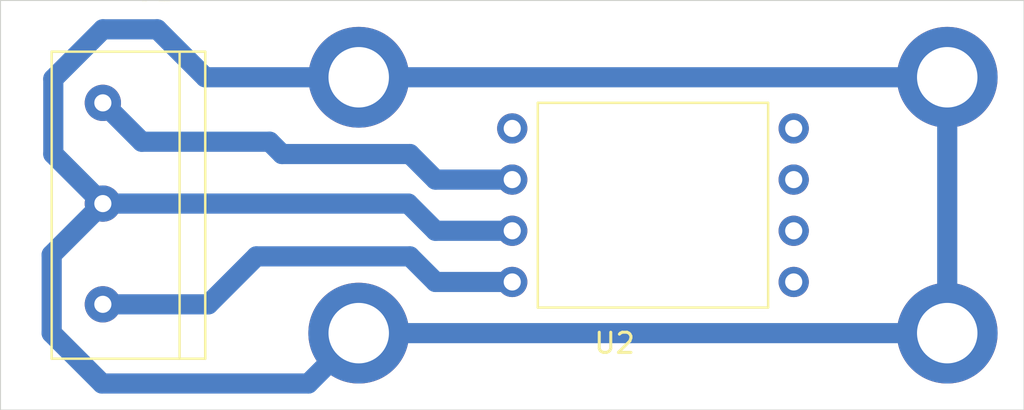
<source format=kicad_pcb>
(kicad_pcb (version 20171130) (host pcbnew "(5.1.5)-3")

  (general
    (thickness 1.6)
    (drawings 6)
    (tracks 32)
    (zones 0)
    (modules 2)
    (nets 9)
  )

  (page A4)
  (layers
    (0 F.Cu signal hide)
    (31 B.Cu signal)
    (32 B.Adhes user hide)
    (33 F.Adhes user hide)
    (34 B.Paste user hide)
    (35 F.Paste user hide)
    (36 B.SilkS user hide)
    (37 F.SilkS user hide)
    (38 B.Mask user hide)
    (39 F.Mask user hide)
    (40 Dwgs.User user hide)
    (41 Cmts.User user hide)
    (42 Eco1.User user hide)
    (43 Eco2.User user hide)
    (44 Edge.Cuts user)
    (45 Margin user hide)
    (46 B.CrtYd user hide)
    (47 F.CrtYd user hide)
    (48 B.Fab user hide)
    (49 F.Fab user hide)
  )

  (setup
    (last_trace_width 0.25)
    (user_trace_width 1)
    (trace_clearance 0.2)
    (zone_clearance 0.508)
    (zone_45_only no)
    (trace_min 0.2)
    (via_size 0.8)
    (via_drill 0.4)
    (via_min_size 0.4)
    (via_min_drill 0.3)
    (uvia_size 0.3)
    (uvia_drill 0.1)
    (uvias_allowed no)
    (uvia_min_size 0.2)
    (uvia_min_drill 0.1)
    (edge_width 0.05)
    (segment_width 0.2)
    (pcb_text_width 0.3)
    (pcb_text_size 1.5 1.5)
    (mod_edge_width 0.12)
    (mod_text_size 1 1)
    (mod_text_width 0.15)
    (pad_size 1.524 1.524)
    (pad_drill 0.762)
    (pad_to_mask_clearance 0.051)
    (solder_mask_min_width 0.25)
    (aux_axis_origin 0 0)
    (visible_elements 7FFFFFFF)
    (pcbplotparams
      (layerselection 0x010fc_ffffffff)
      (usegerberextensions false)
      (usegerberattributes false)
      (usegerberadvancedattributes false)
      (creategerberjobfile false)
      (excludeedgelayer true)
      (linewidth 0.100000)
      (plotframeref false)
      (viasonmask false)
      (mode 1)
      (useauxorigin false)
      (hpglpennumber 1)
      (hpglpenspeed 20)
      (hpglpendiameter 15.000000)
      (psnegative false)
      (psa4output false)
      (plotreference true)
      (plotvalue true)
      (plotinvisibletext false)
      (padsonsilk false)
      (subtractmaskfromsilk false)
      (outputformat 1)
      (mirror false)
      (drillshape 1)
      (scaleselection 1)
      (outputdirectory ""))
  )

  (net 0 "")
  (net 1 "Net-(U1-Pad3)")
  (net 2 GND)
  (net 3 +5V)
  (net 4 "Net-(U2-Pad1)")
  (net 5 "Net-(U2-Pad5)")
  (net 6 "Net-(U2-Pad6)")
  (net 7 "Net-(U2-Pad7)")
  (net 8 "Net-(U2-Pad8)")

  (net_class Default "Esta es la clase de red por defecto."
    (clearance 0.2)
    (trace_width 0.25)
    (via_dia 0.8)
    (via_drill 0.4)
    (uvia_dia 0.3)
    (uvia_drill 0.1)
    (add_net +5V)
    (add_net GND)
    (add_net "Net-(U1-Pad3)")
    (add_net "Net-(U2-Pad1)")
    (add_net "Net-(U2-Pad5)")
    (add_net "Net-(U2-Pad6)")
    (add_net "Net-(U2-Pad7)")
    (add_net "Net-(U2-Pad8)")
  )

  (module Sensores:Bornera1x3_2.54mm (layer F.Cu) (tedit 5E287721) (tstamp 5E28C809)
    (at 106.68 109.22 180)
    (path /5E2874D8)
    (fp_text reference U1 (at -2.54 5.58) (layer F.SilkS)
      (effects (font (size 1 1) (thickness 0.15)))
    )
    (fp_text value Bornera1x3_2.54mm (at 2.54 -15.24) (layer F.Fab)
      (effects (font (size 1 1) (thickness 0.15)))
    )
    (fp_line (start 2.54 2.54) (end 2.54 -12.7) (layer F.SilkS) (width 0.12))
    (fp_line (start -5.08 -12.7) (end -5.08 2.54) (layer F.SilkS) (width 0.12))
    (fp_line (start -3.81 -12.7) (end -3.81 2.54) (layer F.SilkS) (width 0.12))
    (fp_line (start -5.08 2.54) (end 2.54 2.54) (layer F.SilkS) (width 0.12))
    (fp_line (start -5.08 -12.7) (end -5.08 2.54) (layer F.SilkS) (width 0.12))
    (fp_line (start 2.54 -12.7) (end -5.08 -12.7) (layer F.SilkS) (width 0.12))
    (pad 3 thru_hole circle (at 0 -10 180) (size 1.8 1.8) (drill 0.85) (layers *.Cu *.Mask)
      (net 1 "Net-(U1-Pad3)"))
    (pad 2 thru_hole circle (at 0 -5 180) (size 1.8 1.8) (drill 0.85) (layers *.Cu *.Mask)
      (net 2 GND))
    (pad 1 thru_hole circle (at 0 0 180) (size 1.8 1.8) (drill 0.85) (layers *.Cu *.Mask)
      (net 3 +5V))
  )

  (module Sensores:MPXV5100G (layer F.Cu) (tedit 5E287518) (tstamp 5E28C819)
    (at 127 110.49)
    (path /5E286DDA)
    (fp_text reference U2 (at 5.08 10.66) (layer F.SilkS)
      (effects (font (size 1 1) (thickness 0.15)))
    )
    (fp_text value MPXV5100G (at 6.35 -2.54) (layer F.Fab)
      (effects (font (size 1 1) (thickness 0.15)))
    )
    (fp_line (start 1.27 -1.27) (end 12.7 -1.27) (layer F.SilkS) (width 0.12))
    (fp_line (start 12.7 -1.27) (end 12.7 8.89) (layer F.SilkS) (width 0.12))
    (fp_line (start 12.7 8.89) (end 1.27 8.89) (layer F.SilkS) (width 0.12))
    (fp_line (start 1.27 8.89) (end 1.27 -1.27) (layer F.SilkS) (width 0.12))
    (pad 1 thru_hole circle (at 0 0) (size 1.5 1.5) (drill 0.85) (layers *.Cu *.Mask)
      (net 4 "Net-(U2-Pad1)"))
    (pad 2 thru_hole circle (at 0 2.54) (size 1.5 1.5) (drill 0.85) (layers *.Cu *.Mask)
      (net 3 +5V))
    (pad 3 thru_hole circle (at 0 5.08) (size 1.5 1.5) (drill 0.85) (layers *.Cu *.Mask)
      (net 2 GND))
    (pad 4 thru_hole circle (at 0 7.62) (size 1.5 1.5) (drill 0.85) (layers *.Cu *.Mask)
      (net 1 "Net-(U1-Pad3)"))
    (pad 5 thru_hole circle (at 13.97 7.62) (size 1.5 1.5) (drill 0.85) (layers *.Cu *.Mask)
      (net 5 "Net-(U2-Pad5)"))
    (pad 6 thru_hole circle (at 13.97 5.08) (size 1.5 1.5) (drill 0.85) (layers *.Cu *.Mask)
      (net 6 "Net-(U2-Pad6)"))
    (pad 7 thru_hole circle (at 13.97 2.54) (size 1.5 1.5) (drill 0.85) (layers *.Cu *.Mask)
      (net 7 "Net-(U2-Pad7)"))
    (pad 8 thru_hole circle (at 13.97 0) (size 1.5 1.5) (drill 0.85) (layers *.Cu *.Mask)
      (net 8 "Net-(U2-Pad8)"))
  )

  (gr_line (start 152.4 104.14) (end 152.4 124.46) (layer Edge.Cuts) (width 0.05) (tstamp 5E28C850))
  (gr_line (start 101.6 104.14) (end 152.4 104.14) (layer Edge.Cuts) (width 0.05))
  (gr_line (start 101.6 124.46) (end 101.6 104.14) (layer Edge.Cuts) (width 0.05))
  (gr_line (start 152.4 124.46) (end 101.6 124.46) (layer Edge.Cuts) (width 0.05))
  (dimension 20.32 (width 0.15) (layer B.Paste)
    (gr_text "20,320 mm" (at 167.67 114.3 90) (layer B.Paste)
      (effects (font (size 1 1) (thickness 0.15)))
    )
    (feature1 (pts (xy 158.75 104.14) (xy 166.956421 104.14)))
    (feature2 (pts (xy 158.75 124.46) (xy 166.956421 124.46)))
    (crossbar (pts (xy 166.37 124.46) (xy 166.37 104.14)))
    (arrow1a (pts (xy 166.37 104.14) (xy 166.956421 105.266504)))
    (arrow1b (pts (xy 166.37 104.14) (xy 165.783579 105.266504)))
    (arrow2a (pts (xy 166.37 124.46) (xy 166.956421 123.333496)))
    (arrow2b (pts (xy 166.37 124.46) (xy 165.783579 123.333496)))
  )
  (dimension 50.8 (width 0.15) (layer B.Paste)
    (gr_text "50,800 mm" (at 127 132.11) (layer B.Paste)
      (effects (font (size 1 1) (thickness 0.15)))
    )
    (feature1 (pts (xy 152.4 127) (xy 152.4 131.396421)))
    (feature2 (pts (xy 101.6 127) (xy 101.6 131.396421)))
    (crossbar (pts (xy 101.6 130.81) (xy 152.4 130.81)))
    (arrow1a (pts (xy 152.4 130.81) (xy 151.273496 131.396421)))
    (arrow1b (pts (xy 152.4 130.81) (xy 151.273496 130.223579)))
    (arrow2a (pts (xy 101.6 130.81) (xy 102.726504 131.396421)))
    (arrow2b (pts (xy 101.6 130.81) (xy 102.726504 130.223579)))
  )

  (segment (start 114.3 116.84) (end 111.92 119.22) (width 1) (layer B.Cu) (net 1))
  (segment (start 121.92 116.84) (end 114.3 116.84) (width 1) (layer B.Cu) (net 1))
  (segment (start 111.92 119.22) (end 106.68 119.22) (width 1) (layer B.Cu) (net 1))
  (segment (start 127 118.11) (end 123.19 118.11) (width 1) (layer B.Cu) (net 1))
  (segment (start 123.19 118.11) (end 121.92 116.84) (width 1) (layer B.Cu) (net 1))
  (segment (start 127 115.57) (end 123.19 115.57) (width 1) (layer B.Cu) (net 2))
  (segment (start 121.84 114.22) (end 106.68 114.22) (width 1) (layer B.Cu) (net 2))
  (segment (start 123.19 115.57) (end 121.84 114.22) (width 1) (layer B.Cu) (net 2))
  (segment (start 119.38 120.65) (end 148.59 120.65) (width 1) (layer B.Cu) (net 2))
  (segment (start 148.59 107.95) (end 148.59 120.65) (width 1) (layer B.Cu) (net 2))
  (via (at 119.38 120.65) (size 5) (drill 3) (layers F.Cu B.Cu) (net 2) (tstamp 5E28C8AF))
  (via (at 148.59 107.95) (size 5) (drill 3) (layers F.Cu B.Cu) (net 2))
  (via (at 148.59 120.65) (size 5) (drill 3) (layers F.Cu B.Cu) (net 2) (tstamp 5E28C8AF))
  (via (at 119.38 107.95) (size 5) (drill 3) (layers F.Cu B.Cu) (net 2) (tstamp 5E28C8AF))
  (segment (start 148.59 107.95) (end 119.38 107.95) (width 1) (layer B.Cu) (net 2))
  (segment (start 116.880001 123.149999) (end 106.639999 123.149999) (width 1) (layer B.Cu) (net 2))
  (segment (start 119.38 120.65) (end 116.880001 123.149999) (width 1) (layer B.Cu) (net 2))
  (segment (start 106.639999 123.149999) (end 104.14 120.65) (width 1) (layer B.Cu) (net 2))
  (segment (start 104.14 116.76) (end 106.68 114.22) (width 1) (layer B.Cu) (net 2))
  (segment (start 104.14 120.65) (end 104.14 116.76) (width 1) (layer B.Cu) (net 2))
  (segment (start 106.68 114.22) (end 104.22 111.76) (width 1) (layer B.Cu) (net 2))
  (segment (start 104.22 111.76) (end 104.22 108.03) (width 1) (layer B.Cu) (net 2))
  (segment (start 104.22 108.03) (end 106.68 105.57) (width 1) (layer B.Cu) (net 2))
  (segment (start 106.68 105.57) (end 109.38 105.57) (width 1) (layer B.Cu) (net 2))
  (segment (start 111.76 107.95) (end 119.38 107.95) (width 1) (layer B.Cu) (net 2))
  (segment (start 109.38 105.57) (end 111.76 107.95) (width 1) (layer B.Cu) (net 2))
  (segment (start 108.610001 111.150001) (end 114.960001 111.150001) (width 1) (layer B.Cu) (net 3))
  (segment (start 106.68 109.22) (end 108.610001 111.150001) (width 1) (layer B.Cu) (net 3))
  (segment (start 114.960001 111.150001) (end 115.57 111.76) (width 1) (layer B.Cu) (net 3))
  (segment (start 115.57 111.76) (end 121.92 111.76) (width 1) (layer B.Cu) (net 3))
  (segment (start 123.19 113.03) (end 127 113.03) (width 1) (layer B.Cu) (net 3))
  (segment (start 121.92 111.76) (end 123.19 113.03) (width 1) (layer B.Cu) (net 3))

)

</source>
